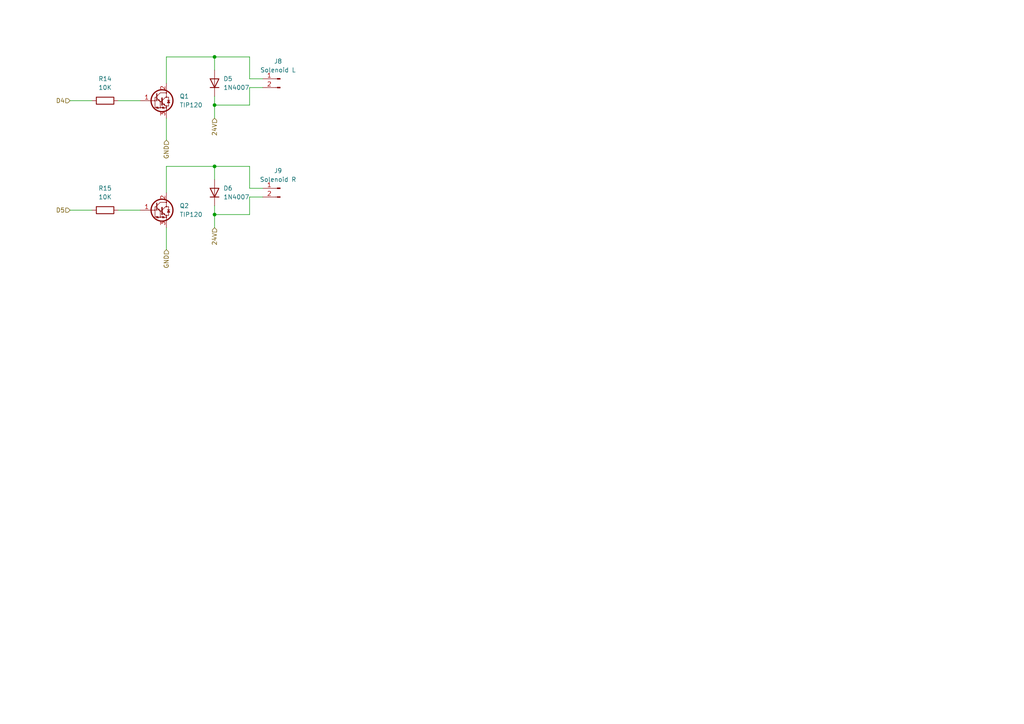
<source format=kicad_sch>
(kicad_sch (version 20231120) (generator "eeschema") (generator_version "8.0")
  (paper "A4")
  (lib_symbols
    (symbol "Connector:Conn_01x02_Pin" (pin_names (offset 1.016) hide)
      (property "Reference" "J" (at 0 2.54 0))
      (property "Value" "Conn_01x02_Pin" (at 0 -5.08 0))
      (symbol "Conn_01x02_Pin_1_1"
        (polyline (pts (xy 1.27 -2.54) (xy 0.8636 -2.54)) (stroke (width 0.1524)))
        (polyline (pts (xy 1.27 0) (xy 0.8636 0)) (stroke (width 0.1524)))
        (rectangle (start 0.8636 -2.413) (end 0 -2.667) (stroke (width 0.1524)) (fill (type outline)))
        (rectangle (start 0.8636 0.127) (end 0 -0.127) (stroke (width 0.1524)) (fill (type outline)))
        (pin passive line (at 5.08 0 180) (length 3.81) (name "Pin_1") (number "1"))
        (pin passive line (at 5.08 -2.54 180) (length 3.81) (name "Pin_2") (number "2"))
      )
    )
    (symbol "Device:R" (pin_numbers hide) (pin_names (offset 0))
      (property "Reference" "R" (at 2.032 0 90))
      (property "Value" "R" (at 0 0 90))
      (symbol "R_0_1"
        (rectangle (start -1.016 -2.54) (end 1.016 2.54) (stroke (width 0.254)))
      )
      (symbol "R_1_1"
        (pin passive line (at 0 3.81 270) (length 1.27) (name "~") (number "1"))
        (pin passive line (at 0 -3.81 90) (length 1.27) (name "~") (number "2"))
      )
    )
    (symbol "Diode:1N4007" (pin_numbers hide) (pin_names hide)
      (property "Reference" "D" (at 0 2.54 0))
      (property "Value" "1N4007" (at 0 -2.54 0))
      (symbol "1N4007_0_1"
        (polyline (pts (xy -1.27 1.27) (xy -1.27 -1.27)) (stroke (width 0.254)))
        (polyline (pts (xy 1.27 0) (xy -1.27 0)))
        (polyline (pts (xy 1.27 1.27) (xy 1.27 -1.27) (xy -1.27 0) (xy 1.27 1.27)) (stroke (width 0.254)))
      )
      (symbol "1N4007_1_1"
        (pin passive line (at -3.81 0 0) (length 2.54) (name "K") (number "1"))
        (pin passive line (at 3.81 0 180) (length 2.54) (name "A") (number "2"))
      )
    )
    (symbol "Transistor_BJT:TIP120" (pin_names (offset 0) hide)
      (property "Reference" "Q" (at 5.08 1.905 0))
      (property "Value" "TIP120" (at 5.08 0 0))
      (symbol "TIP120_0_1"
        (circle (center -0.762 0) (radius 0.127))
        (polyline (pts (xy -1.27 0) (xy -0.889 0)))
        (polyline (pts (xy 2.54 -2.032) (xy 2.54 -2.54)))
        (polyline (pts (xy 2.54 -1.524) (xy 3.175 -1.524)))
        (polyline (pts (xy 2.794 0.127) (xy 3.556 0.127)))
        (polyline (pts (xy 3.175 -0.635) (xy 3.175 -1.524)))
        (polyline (pts (xy 3.175 1.016) (xy 2.54 1.016)))
        (polyline (pts (xy 3.175 1.016) (xy 3.175 0.127)))
        (polyline (pts (xy -0.254 0.762) (xy 0.762 -0.254) (xy 1.27 -0.254)))
        (polyline (pts (xy -0.254 1.016) (xy -0.762 1.016) (xy -0.762 -2.032)))
        (polyline (pts (xy -0.254 1.27) (xy 0.762 2.286) (xy 2.54 2.286)))
        (polyline (pts (xy -0.254 2.032) (xy -0.254 0) (xy -0.254 0)) (stroke (width 0.3048)))
        (polyline (pts (xy 1.27 0.762) (xy 1.27 -1.27) (xy 1.27 -1.27)) (stroke (width 0.381)))
        (polyline (pts (xy 0.635 -0.127) (xy 0.381 0.381) (xy 0.127 0.127) (xy 0.635 -0.127)))
        (polyline (pts (xy 1.27 -0.508) (xy 2.286 -1.524) (xy 2.54 -1.524) (xy 2.54 -2.032)))
        (polyline (pts (xy 1.27 0) (xy 2.286 1.016) (xy 2.54 1.016) (xy 2.54 2.286)))
        (polyline (pts (xy 2.159 -1.397) (xy 1.905 -0.889) (xy 1.651 -1.143) (xy 2.159 -1.397)))
        (polyline (pts (xy 3.175 0.127) (xy 2.794 -0.635) (xy 3.556 -0.635) (xy 3.175 0.127)) (fill (type outline)))
        (polyline (pts (xy 0.762 -2.032) (xy 0.381 -2.032) (xy 0.254 -2.286) (xy 0.127 -1.778) (xy 0 -2.286) (xy -0.127 -1.778) (xy -0.254 -2.286) (xy -0.381 -1.778) (xy -0.508 -2.032) (xy -0.762 -2.032)))
        (polyline (pts (xy 0.762 -0.254) (xy 0.762 -2.032) (xy 1.143 -2.032) (xy 1.27 -1.778) (xy 1.397 -2.286) (xy 1.524 -1.778) (xy 1.651 -2.286) (xy 1.778 -1.778) (xy 1.905 -2.286) (xy 2.032 -2.032) (xy 2.54 -2.032)))
        (circle (center 0.762 -2.032) (radius 0.127))
        (circle (center 0.762 -0.254) (radius 0.127))
        (circle (center 1.27 0) (radius 3.175) (stroke (width 0.3556)))
        (circle (center 2.54 -2.032) (radius 0.127))
        (circle (center 2.54 -1.524) (radius 0.127))
        (circle (center 2.54 1.016) (radius 0.127))
        (circle (center 2.54 2.286) (radius 0.127))
      )
      (symbol "TIP120_1_1"
        (pin input line (at -5.08 0 0) (length 3.81) (name "B") (number "1"))
        (pin passive line (at 2.54 5.08 270) (length 2.667) (name "C") (number "2"))
        (pin passive line (at 2.54 -5.08 90) (length 2.54) (name "E") (number "3"))
      )
    )
  )
  (junction (at 62.23 62.23))
  (junction (at 62.23 30.48))
  (junction (at 62.23 48.26))
  (junction (at 62.23 16.51))
  (wire (pts (xy 62.23 16.51) (xy 62.23 20.32)))
  (wire (pts (xy 20.32 60.96) (xy 26.67 60.96)))
  (wire (pts (xy 48.26 48.26) (xy 62.23 48.26)))
  (wire (pts (xy 72.39 62.23) (xy 62.23 62.23)))
  (wire (pts (xy 62.23 62.23) (xy 62.23 66.04)))
  (wire (pts (xy 48.26 55.88) (xy 48.26 48.26)))
  (wire (pts (xy 34.29 29.21) (xy 40.64 29.21)))
  (wire (pts (xy 72.39 57.15) (xy 72.39 62.23)))
  (wire (pts (xy 62.23 30.48) (xy 62.23 34.29)))
  (wire (pts (xy 62.23 48.26) (xy 62.23 52.07)))
  (wire (pts (xy 72.39 30.48) (xy 62.23 30.48)))
  (wire (pts (xy 72.39 54.61) (xy 72.39 48.26)))
  (wire (pts (xy 76.2 25.4) (xy 72.39 25.4)))
  (wire (pts (xy 76.2 54.61) (xy 72.39 54.61)))
  (wire (pts (xy 48.26 66.04) (xy 48.26 72.39)))
  (wire (pts (xy 62.23 62.23) (xy 62.23 59.69)))
  (wire (pts (xy 62.23 30.48) (xy 62.23 27.94)))
  (wire (pts (xy 48.26 34.29) (xy 48.26 40.64)))
  (wire (pts (xy 76.2 57.15) (xy 72.39 57.15)))
  (wire (pts (xy 72.39 48.26) (xy 62.23 48.26)))
  (wire (pts (xy 34.29 60.96) (xy 40.64 60.96)))
  (wire (pts (xy 76.2 22.86) (xy 72.39 22.86)))
  (wire (pts (xy 20.32 29.21) (xy 26.67 29.21)))
  (wire (pts (xy 72.39 22.86) (xy 72.39 16.51)))
  (wire (pts (xy 72.39 25.4) (xy 72.39 30.48)))
  (wire (pts (xy 48.26 16.51) (xy 62.23 16.51)))
  (wire (pts (xy 72.39 16.51) (xy 62.23 16.51)))
  (wire (pts (xy 48.26 24.13) (xy 48.26 16.51)))
  (hierarchical_label "D4" (shape input) (at 20.32 29.21 180))
  (hierarchical_label "GND" (shape input) (at 48.26 40.64 270))
  (hierarchical_label "D5" (shape input) (at 20.32 60.96 180))
  (hierarchical_label "GND" (shape input) (at 48.26 72.39 270))
  (hierarchical_label "24V" (shape input) (at 62.23 34.29 270))
  (hierarchical_label "24V" (shape input) (at 62.23 66.04 270))
  (symbol (lib_id "Device:R") (at 30.48 60.96 90) (unit 1)
    (property "Reference" "R15" (at 30.48 54.61 90))
    (property "Value" "10K" (at 30.48 57.15 90))
    (property "Footprint" "Resistor_SMD:R_0201_0603Metric_Pad0.64x0.40mm_HandSolder" (effects (hide yes)))
    (property "Description" "Resistor" (effects (hide yes)))
  )
  (symbol (lib_id "Diode:1N4007") (at 62.23 55.88 90) (unit 1)
    (property "Reference" "D6" (at 64.77 54.6099 90) (effects (justify right)))
    (property "Value" "1N4007" (at 64.77 57.1499 90) (effects (justify right)))
    (property "Footprint" "Diode_THT:D_DO-41_SOD81_P10.16mm_Horizontal" (effects (hide yes)))
    (property "Datasheet" "http://www.vishay.com/docs/88503/1n4001.pdf" (effects (hide yes)))
    (property "Description" "1000V 1A General Purpose Rectifier Diode, DO-41" (effects (hide yes)))
    (property "Sim.Device" "D" (effects (hide yes)))
    (property "Sim.Pins" "1=K 2=A" (effects (hide yes)))
  )
  (symbol (lib_id "Transistor_BJT:TIP120") (at 45.72 29.21 0) (unit 1)
    (property "Reference" "Q1" (at 52.07 27.9399 0) (effects (justify left)))
    (property "Value" "TIP120" (at 52.07 30.4799 0) (effects (justify left)))
    (property "Footprint" "Package_TO_SOT_THT:TO-220-3_Horizontal_TabDown" (effects (hide yes)))
    (property "Datasheet" "https://www.onsemi.com/pub/Collateral/TIP120-D.PDF" (effects (hide yes)))
    (property "Description" "5A Ic, 60V Vce, Silicon Darlington Power NPN Transistor, TO-220" (effects (hide yes)))
  )
  (symbol (lib_id "Connector:Conn_01x02_Pin") (at 81.28 22.86 0) (mirror y) (unit 1)
    (property "Reference" "J8" (at 80.645 17.78 0))
    (property "Value" "Solenoid L" (at 80.645 20.32 0))
    (property "Footprint" "Connector_Molex:Molex_KK-396_5273-02A_1x02_P3.96mm_Vertical" (effects (hide yes)))
    (property "Description" "Generic connector, single row, 01x02, script generated" (effects (hide yes)))
  )
  (symbol (lib_id "Transistor_BJT:TIP120") (at 45.72 60.96 0) (unit 1)
    (property "Reference" "Q2" (at 52.07 59.6899 0) (effects (justify left)))
    (property "Value" "TIP120" (at 52.07 62.2299 0) (effects (justify left)))
    (property "Footprint" "Package_TO_SOT_THT:TO-220-3_Horizontal_TabDown" (effects (hide yes)))
    (property "Datasheet" "https://www.onsemi.com/pub/Collateral/TIP120-D.PDF" (effects (hide yes)))
    (property "Description" "5A Ic, 60V Vce, Silicon Darlington Power NPN Transistor, TO-220" (effects (hide yes)))
  )
  (symbol (lib_id "Diode:1N4007") (at 62.23 24.13 90) (unit 1)
    (property "Reference" "D5" (at 64.77 22.8599 90) (effects (justify right)))
    (property "Value" "1N4007" (at 64.77 25.3999 90) (effects (justify right)))
    (property "Footprint" "Diode_THT:D_DO-41_SOD81_P10.16mm_Horizontal" (effects (hide yes)))
    (property "Datasheet" "http://www.vishay.com/docs/88503/1n4001.pdf" (effects (hide yes)))
    (property "Description" "1000V 1A General Purpose Rectifier Diode, DO-41" (effects (hide yes)))
    (property "Sim.Device" "D" (effects (hide yes)))
    (property "Sim.Pins" "1=K 2=A" (effects (hide yes)))
  )
  (symbol (lib_id "Device:R") (at 30.48 29.21 90) (unit 1)
    (property "Reference" "R14" (at 30.48 22.86 90))
    (property "Value" "10K" (at 30.48 25.4 90))
    (property "Footprint" "Resistor_SMD:R_0201_0603Metric_Pad0.64x0.40mm_HandSolder" (effects (hide yes)))
    (property "Description" "Resistor" (effects (hide yes)))
  )
  (symbol (lib_id "Connector:Conn_01x02_Pin") (at 81.28 54.61 0) (mirror y) (unit 1)
    (property "Reference" "J9" (at 80.645 49.53 0))
    (property "Value" "Solenoid R" (at 80.645 52.07 0))
    (property "Footprint" "Connector_Molex:Molex_KK-396_5273-02A_1x02_P3.96mm_Vertical" (effects (hide yes)))
    (property "Description" "Generic connector, single row, 01x02, script generated" (effects (hide yes)))
  )
)
</source>
